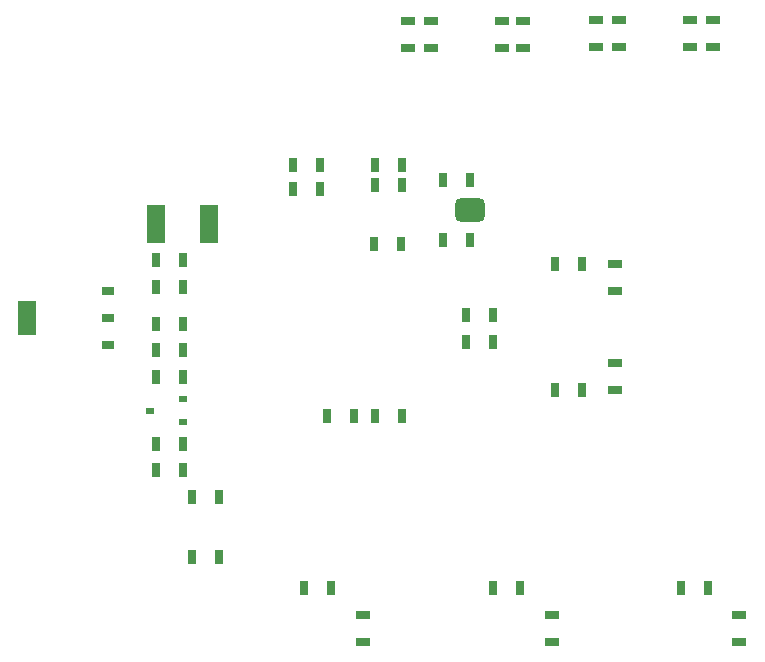
<source format=gtp>
G04*
G04 #@! TF.GenerationSoftware,Altium Limited,Altium Designer,21.6.1 (37)*
G04*
G04 Layer_Color=8421504*
%FSTAX24Y24*%
%MOIN*%
G70*
G04*
G04 #@! TF.SameCoordinates,B7BCD236-E72C-41E6-AEDC-B20C2DB60F4C*
G04*
G04*
G04 #@! TF.FilePolarity,Positive*
G04*
G01*
G75*
G04:AMPARAMS|DCode=13|XSize=100mil|YSize=80mil|CornerRadius=20mil|HoleSize=0mil|Usage=FLASHONLY|Rotation=180.000|XOffset=0mil|YOffset=0mil|HoleType=Round|Shape=RoundedRectangle|*
%AMROUNDEDRECTD13*
21,1,0.1000,0.0400,0,0,180.0*
21,1,0.0600,0.0800,0,0,180.0*
1,1,0.0400,-0.0300,0.0200*
1,1,0.0400,0.0300,0.0200*
1,1,0.0400,0.0300,-0.0200*
1,1,0.0400,-0.0300,-0.0200*
%
%ADD13ROUNDEDRECTD13*%
%ADD14R,0.0300X0.0488*%
%ADD15R,0.0591X0.1181*%
%ADD16R,0.0394X0.0276*%
%ADD17R,0.0315X0.0197*%
%ADD18R,0.0591X0.1260*%
%ADD19R,0.0488X0.0300*%
D13*
X0154Y015853D02*
D03*
D14*
X01221Y014721D02*
D03*
X01311D02*
D03*
X01529Y012373D02*
D03*
X01619D02*
D03*
X01915Y014053D02*
D03*
X01825D02*
D03*
X0095Y017353D02*
D03*
X0104D02*
D03*
X00615Y004303D02*
D03*
X00705D02*
D03*
X00615Y006303D02*
D03*
X00705D02*
D03*
X01314Y016683D02*
D03*
X01224D02*
D03*
X01225Y017353D02*
D03*
X01315D02*
D03*
X0095Y016553D02*
D03*
X0104D02*
D03*
X01915Y009853D02*
D03*
X01825D02*
D03*
X00585Y010303D02*
D03*
X00495D02*
D03*
X01529Y011473D02*
D03*
X01619D02*
D03*
X0154Y014853D02*
D03*
X0145D02*
D03*
X01225Y009003D02*
D03*
X01315D02*
D03*
X00495Y008053D02*
D03*
X00585D02*
D03*
X00495Y007178D02*
D03*
X00585D02*
D03*
X02334Y003261D02*
D03*
X02244D02*
D03*
X01709Y00327D02*
D03*
X01619D02*
D03*
X00987D02*
D03*
X01077D02*
D03*
X00495Y011178D02*
D03*
X00585D02*
D03*
X00585Y0142D02*
D03*
X00495D02*
D03*
X00585Y0133D02*
D03*
X00495D02*
D03*
X01155Y009003D02*
D03*
X01065D02*
D03*
X0145Y016853D02*
D03*
X0154D02*
D03*
X00585Y012053D02*
D03*
X00495D02*
D03*
D15*
X00065Y01225D02*
D03*
D16*
X003337Y013165D02*
D03*
Y01225D02*
D03*
X003347Y011344D02*
D03*
D17*
X004748Y009177D02*
D03*
X00585Y008803D02*
D03*
Y009551D02*
D03*
D18*
X006722Y015403D02*
D03*
X00495D02*
D03*
D19*
X02025Y009853D02*
D03*
Y010753D02*
D03*
Y014053D02*
D03*
Y013153D02*
D03*
X022737Y021301D02*
D03*
Y022201D02*
D03*
X0235Y021301D02*
D03*
Y022201D02*
D03*
X01184Y00237D02*
D03*
Y00147D02*
D03*
X01814Y00237D02*
D03*
Y00147D02*
D03*
X02439Y00237D02*
D03*
Y00147D02*
D03*
X01961Y021286D02*
D03*
Y022186D02*
D03*
X016484Y021276D02*
D03*
Y022176D02*
D03*
X013357Y021256D02*
D03*
Y022156D02*
D03*
X02037Y021291D02*
D03*
Y022191D02*
D03*
X01719Y021273D02*
D03*
Y022173D02*
D03*
X01412Y021251D02*
D03*
Y022151D02*
D03*
M02*

</source>
